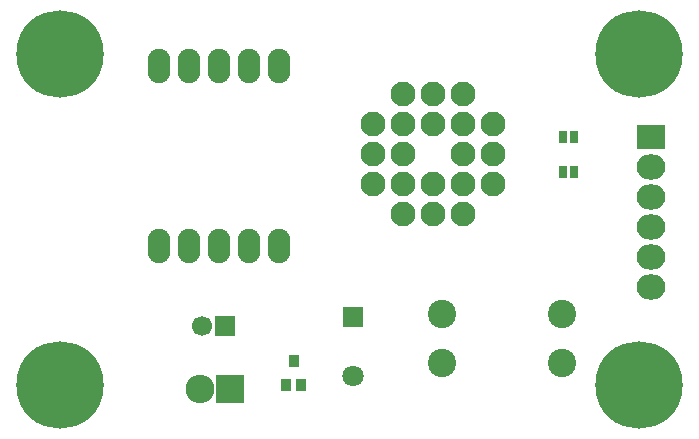
<source format=gts>
G04 #@! TF.FileFunction,Soldermask,Top*
%FSLAX46Y46*%
G04 Gerber Fmt 4.6, Leading zero omitted, Abs format (unit mm)*
G04 Created by KiCad (PCBNEW 4.0.4+e1-6308~48~ubuntu16.04.1-stable) date Fri Oct 14 16:45:37 2016*
%MOMM*%
%LPD*%
G01*
G04 APERTURE LIST*
%ADD10C,0.100000*%
%ADD11R,1.700000X1.700000*%
%ADD12C,1.700000*%
%ADD13R,1.800000X1.800000*%
%ADD14C,1.800000*%
%ADD15R,2.432000X2.127200*%
%ADD16O,2.432000X2.127200*%
%ADD17R,2.432000X2.432000*%
%ADD18O,2.432000X2.432000*%
%ADD19R,0.800000X1.000000*%
%ADD20C,2.398980*%
%ADD21O,1.924000X2.924000*%
%ADD22R,0.857200X1.111200*%
%ADD23C,2.099260*%
%ADD24C,7.400000*%
G04 APERTURE END LIST*
D10*
D11*
X150950000Y-126060000D03*
D12*
X148950000Y-126060000D03*
D13*
X161800000Y-125260000D03*
D14*
X161800000Y-130260000D03*
D15*
X187000000Y-110000000D03*
D16*
X187000000Y-112540000D03*
X187000000Y-115080000D03*
X187000000Y-117620000D03*
X187000000Y-120160000D03*
X187000000Y-122700000D03*
D17*
X151380000Y-131320000D03*
D18*
X148840000Y-131320000D03*
D19*
X179550000Y-110000000D03*
X180450000Y-110000000D03*
X179550000Y-113000000D03*
X180450000Y-113000000D03*
D20*
X169350000Y-129170000D03*
X179510000Y-129170000D03*
X179490000Y-124990000D03*
X169330000Y-124990000D03*
D21*
X145340000Y-119280000D03*
X147880000Y-119280000D03*
X150420000Y-119280000D03*
X152960000Y-119280000D03*
X155500000Y-119280000D03*
X155500000Y-104040000D03*
X152960000Y-104040000D03*
X150420000Y-104040000D03*
X147880000Y-104040000D03*
X145340000Y-104040000D03*
D22*
X156079600Y-130996000D03*
X157400400Y-130996000D03*
X156740000Y-128964000D03*
D23*
X168537341Y-116539200D03*
X168537341Y-113999200D03*
X171077341Y-116539200D03*
X173617341Y-113999200D03*
X171077341Y-113999200D03*
X173617341Y-111459200D03*
X171077341Y-111459200D03*
X173617341Y-108919200D03*
X171077341Y-106379200D03*
X171077341Y-108919200D03*
X168537341Y-106379200D03*
X168537341Y-108919200D03*
X165997341Y-106379200D03*
X163457341Y-108919200D03*
X165997341Y-108919200D03*
X163457341Y-111459200D03*
X165997341Y-111459200D03*
X163457341Y-113999200D03*
X165997341Y-116539200D03*
X165997341Y-113999200D03*
D24*
X137000000Y-103000000D03*
X186000000Y-103000000D03*
X137000000Y-131000000D03*
X186000000Y-131000000D03*
M02*

</source>
